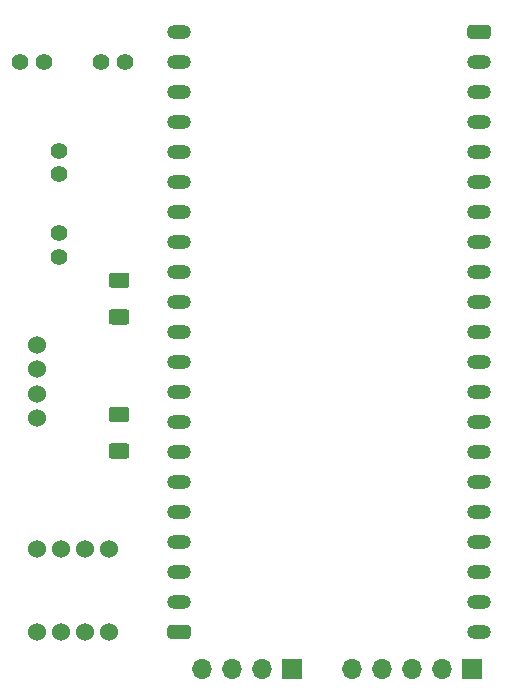
<source format=gts>
%TF.GenerationSoftware,KiCad,Pcbnew,5.1.10*%
%TF.CreationDate,2021-12-13T09:12:43+01:00*%
%TF.ProjectId,main_board,6d61696e-5f62-46f6-9172-642e6b696361,rev?*%
%TF.SameCoordinates,Original*%
%TF.FileFunction,Soldermask,Top*%
%TF.FilePolarity,Negative*%
%FSLAX46Y46*%
G04 Gerber Fmt 4.6, Leading zero omitted, Abs format (unit mm)*
G04 Created by KiCad (PCBNEW 5.1.10) date 2021-12-13 09:12:43*
%MOMM*%
%LPD*%
G01*
G04 APERTURE LIST*
%ADD10O,1.700000X1.700000*%
%ADD11R,1.700000X1.700000*%
%ADD12C,1.397000*%
%ADD13O,2.000000X1.200000*%
%ADD14C,1.524000*%
G04 APERTURE END LIST*
D10*
X159385000Y-111125000D03*
X161925000Y-111125000D03*
X164465000Y-111125000D03*
X167005000Y-111125000D03*
D11*
X169545000Y-111125000D03*
D12*
X133350001Y-59690000D03*
X131349999Y-59690000D03*
X134620000Y-74199998D03*
X134620000Y-76200000D03*
X134620000Y-67214998D03*
X134620000Y-69215000D03*
X140208001Y-59690000D03*
X138207999Y-59690000D03*
G36*
G01*
X169483680Y-56552720D02*
X170883680Y-56552720D01*
G75*
G02*
X171183680Y-56852720I0J-300000D01*
G01*
X171183680Y-57452720D01*
G75*
G02*
X170883680Y-57752720I-300000J0D01*
G01*
X169483680Y-57752720D01*
G75*
G02*
X169183680Y-57452720I0J300000D01*
G01*
X169183680Y-56852720D01*
G75*
G02*
X169483680Y-56552720I300000J0D01*
G01*
G37*
D13*
X170183680Y-59692720D03*
X170183680Y-62232720D03*
X170183680Y-64772720D03*
X170183680Y-67312720D03*
X170183680Y-69852720D03*
X170183680Y-72392720D03*
X170183680Y-74932720D03*
X170183680Y-77472720D03*
X170183680Y-80012720D03*
X170183680Y-82552720D03*
X170183680Y-85092720D03*
X170183680Y-87632720D03*
X170183680Y-90172720D03*
X170183680Y-92712720D03*
X170183680Y-95252720D03*
X170183680Y-97792720D03*
X170183680Y-100332720D03*
X170183680Y-102872720D03*
X170183680Y-105412720D03*
X170183680Y-107952720D03*
G36*
G01*
X144083680Y-107352720D02*
X145483680Y-107352720D01*
G75*
G02*
X145783680Y-107652720I0J-300000D01*
G01*
X145783680Y-108252720D01*
G75*
G02*
X145483680Y-108552720I-300000J0D01*
G01*
X144083680Y-108552720D01*
G75*
G02*
X143783680Y-108252720I0J300000D01*
G01*
X143783680Y-107652720D01*
G75*
G02*
X144083680Y-107352720I300000J0D01*
G01*
G37*
X144783680Y-105412720D03*
X144783680Y-102872720D03*
X144783680Y-100332720D03*
X144783680Y-97792720D03*
X144783680Y-95252720D03*
X144783680Y-92712720D03*
X144783680Y-90172720D03*
X144783680Y-87632720D03*
X144783680Y-85092720D03*
X144783680Y-82552720D03*
X144783680Y-80012720D03*
X144783680Y-77472720D03*
X144783680Y-74932720D03*
X144783680Y-72392720D03*
X144783680Y-69852720D03*
X144783680Y-67312720D03*
X144783680Y-64772720D03*
X144783680Y-62232720D03*
X144783680Y-59692720D03*
X144783680Y-57152720D03*
G36*
G01*
X139075000Y-80630000D02*
X140325000Y-80630000D01*
G75*
G02*
X140575000Y-80880000I0J-250000D01*
G01*
X140575000Y-81680000D01*
G75*
G02*
X140325000Y-81930000I-250000J0D01*
G01*
X139075000Y-81930000D01*
G75*
G02*
X138825000Y-81680000I0J250000D01*
G01*
X138825000Y-80880000D01*
G75*
G02*
X139075000Y-80630000I250000J0D01*
G01*
G37*
G36*
G01*
X139075000Y-77530000D02*
X140325000Y-77530000D01*
G75*
G02*
X140575000Y-77780000I0J-250000D01*
G01*
X140575000Y-78580000D01*
G75*
G02*
X140325000Y-78830000I-250000J0D01*
G01*
X139075000Y-78830000D01*
G75*
G02*
X138825000Y-78580000I0J250000D01*
G01*
X138825000Y-77780000D01*
G75*
G02*
X139075000Y-77530000I250000J0D01*
G01*
G37*
G36*
G01*
X139075000Y-91985000D02*
X140325000Y-91985000D01*
G75*
G02*
X140575000Y-92235000I0J-250000D01*
G01*
X140575000Y-93035000D01*
G75*
G02*
X140325000Y-93285000I-250000J0D01*
G01*
X139075000Y-93285000D01*
G75*
G02*
X138825000Y-93035000I0J250000D01*
G01*
X138825000Y-92235000D01*
G75*
G02*
X139075000Y-91985000I250000J0D01*
G01*
G37*
G36*
G01*
X139075000Y-88885000D02*
X140325000Y-88885000D01*
G75*
G02*
X140575000Y-89135000I0J-250000D01*
G01*
X140575000Y-89935000D01*
G75*
G02*
X140325000Y-90185000I-250000J0D01*
G01*
X139075000Y-90185000D01*
G75*
G02*
X138825000Y-89935000I0J250000D01*
G01*
X138825000Y-89135000D01*
G75*
G02*
X139075000Y-88885000I250000J0D01*
G01*
G37*
D14*
X132715000Y-100965000D03*
X134765001Y-100965000D03*
X136814999Y-100965000D03*
X138865000Y-100965000D03*
X132715000Y-107950000D03*
X134765001Y-107950000D03*
X136814999Y-107950000D03*
X138865000Y-107950000D03*
D10*
X146685000Y-111125000D03*
X149225000Y-111125000D03*
X151765000Y-111125000D03*
D11*
X154305000Y-111125000D03*
D14*
X132715000Y-83674999D03*
X132715000Y-85725000D03*
X132715000Y-87774998D03*
X132715000Y-89824999D03*
M02*

</source>
